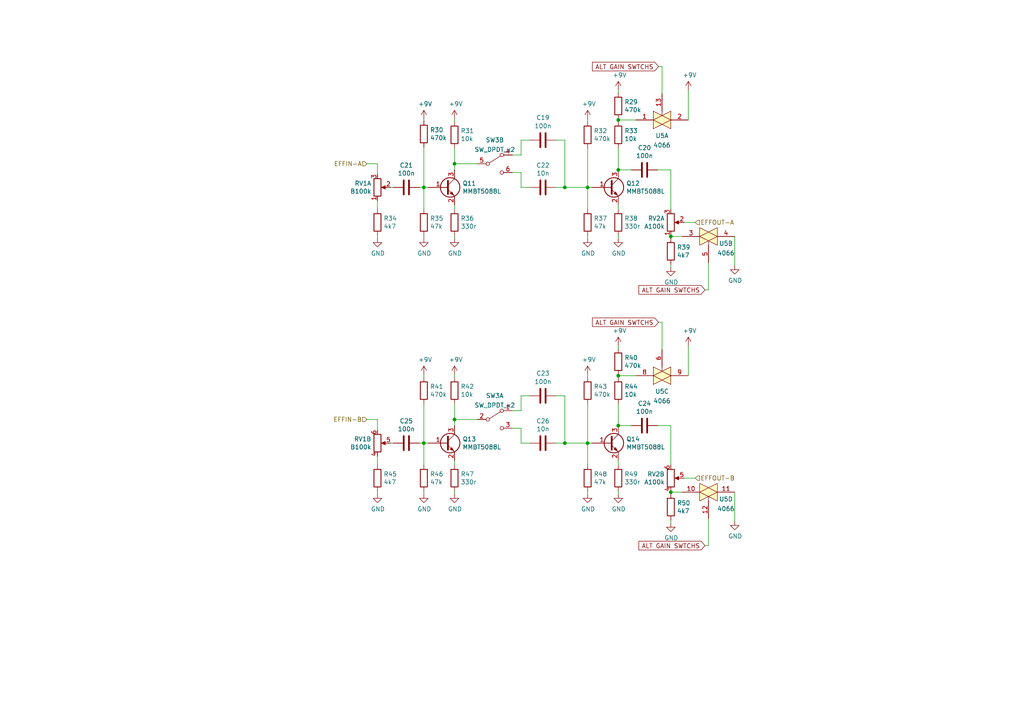
<source format=kicad_sch>
(kicad_sch (version 20211123) (generator eeschema)
  (paper "A4")
  (title_block (title "NABLOEI") (date "2022-09-23") (rev "1.0.0") (company "LAWAAI") (comment 1 "Thank you and have fun.") (comment 2 "Please do not replicate this circuit and sell it as your own.") (comment 3 "This schematic is intended for people who enjoy building/modifying/repairing their pedals."))
  (lib_symbols
    (symbol "4xxx:4066" (pin_names (offset 1.016))
      (property "Reference" "U" (at -7.62 8.89 0))
      (property "Value" "4066" (at -7.62 -8.89 0))
      (symbol "4066_1_0"
        (polyline (pts (xy 0 1.27) (xy 0 2.54)) (stroke (width 0.1524)))
        (polyline (pts (xy -2.54 0) (xy 2.54 2.54) (xy 2.54 -2.54) (xy -2.54 0)) (fill (type background)))
        (polyline (pts (xy -2.54 2.54) (xy 2.54 0) (xy -2.54 -2.54) (xy -2.54 2.54)) (fill (type background)))
        (pin passive line (at -7.62 0 0) (length 5.08) (name "~") (number "1"))
        (pin input line (at 0 7.62 270) (length 5.08) (name "~") (number "13"))
        (pin passive line (at 7.62 0 180) (length 5.08) (name "~") (number "2"))
      )
      (symbol "4066_2_0"
        (polyline (pts (xy 0 1.27) (xy 0 2.54)) (stroke (width 0.1524)))
        (polyline (pts (xy -2.54 0) (xy 2.54 2.54) (xy 2.54 -2.54) (xy -2.54 0)) (fill (type background)))
        (polyline (pts (xy -2.54 2.54) (xy 2.54 0) (xy -2.54 -2.54) (xy -2.54 2.54)) (fill (type background)))
        (pin passive line (at 7.62 0 180) (length 5.08) (name "~") (number "3"))
        (pin passive line (at -7.62 0 0) (length 5.08) (name "~") (number "4"))
        (pin input line (at 0 7.62 270) (length 5.08) (name "~") (number "5"))
      )
      (symbol "4066_3_0"
        (polyline (pts (xy 0 1.27) (xy 0 2.54)) (stroke (width 0.1524)))
        (polyline (pts (xy -2.54 0) (xy 2.54 2.54) (xy 2.54 -2.54) (xy -2.54 0)) (fill (type background)))
        (polyline (pts (xy -2.54 2.54) (xy 2.54 0) (xy -2.54 -2.54) (xy -2.54 2.54)) (fill (type background)))
        (pin input line (at 0 7.62 270) (length 5.08) (name "~") (number "6"))
        (pin passive line (at -7.62 0 0) (length 5.08) (name "~") (number "8"))
        (pin passive line (at 7.62 0 180) (length 5.08) (name "~") (number "9"))
      )
      (symbol "4066_4_0"
        (polyline (pts (xy 0 1.27) (xy 0 2.54)) (stroke (width 0.1524)))
        (polyline (pts (xy -2.54 0) (xy 2.54 2.54) (xy 2.54 -2.54) (xy -2.54 0)) (fill (type background)))
        (polyline (pts (xy -2.54 2.54) (xy 2.54 0) (xy -2.54 -2.54) (xy -2.54 2.54)) (fill (type background)))
        (pin passive line (at 7.62 0 180) (length 5.08) (name "~") (number "10"))
        (pin passive line (at -7.62 0 0) (length 5.08) (name "~") (number "11"))
        (pin input line (at 0 7.62 270) (length 5.08) (name "~") (number "12"))
      )
      (symbol "4066_5_0"
        (pin power_in line (at 0 12.7 270) (length 5.08) (name "VDD") (number "14"))
        (pin power_in line (at 0 -12.7 90) (length 5.08) (name "VSS") (number "7"))
      )
      (symbol "4066_5_1"
        (rectangle (start -5.08 7.62) (end 5.08 -7.62) (stroke (width 0.254)) (fill (type background)))
      )
    )
    (symbol "Device:C" (pin_numbers hide) (pin_names (offset 0.254))
      (property "Reference" "C" (at 0.635 2.54 0))
      (property "Value" "C" (at 0.635 -2.54 0))
      (symbol "C_0_1"
        (polyline (pts (xy -2.032 -0.762) (xy 2.032 -0.762)) (stroke (width 0.508)))
        (polyline (pts (xy -2.032 0.762) (xy 2.032 0.762)) (stroke (width 0.508)))
      )
      (symbol "C_1_1"
        (pin passive line (at 0 3.81 270) (length 2.794) (name "~") (number "1"))
        (pin passive line (at 0 -3.81 90) (length 2.794) (name "~") (number "2"))
      )
    )
    (symbol "Device:Q_NPN_BEC" (pin_names (offset 0) hide)
      (property "Reference" "Q" (at 5.08 1.27 0))
      (property "Value" "Q_NPN_BEC" (at 5.08 -1.27 0))
      (symbol "Q_NPN_BEC_0_1"
        (polyline (pts (xy 0.635 0.635) (xy 2.54 2.54)))
        (polyline (pts (xy 0.635 -0.635) (xy 2.54 -2.54) (xy 2.54 -2.54)))
        (polyline (pts (xy 0.635 1.905) (xy 0.635 -1.905) (xy 0.635 -1.905)) (stroke (width 0.508)))
        (polyline (pts (xy 1.27 -1.778) (xy 1.778 -1.27) (xy 2.286 -2.286) (xy 1.27 -1.778) (xy 1.27 -1.778)) (fill (type outline)))
        (circle (center 1.27 0) (radius 2.8194) (stroke (width 0.254)))
      )
      (symbol "Q_NPN_BEC_1_1"
        (pin input line (at -5.08 0 0) (length 5.715) (name "B") (number "1"))
        (pin passive line (at 2.54 -5.08 90) (length 2.54) (name "E") (number "2"))
        (pin passive line (at 2.54 5.08 270) (length 2.54) (name "C") (number "3"))
      )
    )
    (symbol "Device:R" (pin_numbers hide) (pin_names (offset 0))
      (property "Reference" "R" (at 2.032 0 90))
      (property "Value" "R" (at 0 0 90))
      (symbol "R_0_1"
        (rectangle (start -1.016 -2.54) (end 1.016 2.54) (stroke (width 0.254)))
      )
      (symbol "R_1_1"
        (pin passive line (at 0 3.81 270) (length 1.27) (name "~") (number "1"))
        (pin passive line (at 0 -3.81 90) (length 1.27) (name "~") (number "2"))
      )
    )
    (symbol "Device:R_Potentiometer_Dual_Separate" (pin_names (offset 1.016) hide)
      (property "Reference" "RV" (at -4.445 0 90))
      (property "Value" "R_Potentiometer_Dual_Separate" (at -2.54 0 90))
      (symbol "R_Potentiometer_Dual_Separate_0_1"
        (polyline (pts (xy 2.54 0) (xy 1.524 0)))
        (polyline (pts (xy 1.143 0) (xy 2.286 0.508) (xy 2.286 -0.508) (xy 1.143 0)) (fill (type outline)))
        (rectangle (start 1.016 2.54) (end -1.016 -2.54) (stroke (width 0.254)))
      )
      (symbol "R_Potentiometer_Dual_Separate_1_1"
        (pin passive line (at 0 3.81 270) (length 1.27) (name "1") (number "1"))
        (pin passive line (at 3.81 0 180) (length 1.27) (name "2") (number "2"))
        (pin passive line (at 0 -3.81 90) (length 1.27) (name "3") (number "3"))
      )
      (symbol "R_Potentiometer_Dual_Separate_2_1"
        (pin passive line (at 0 3.81 270) (length 1.27) (name "4") (number "4"))
        (pin passive line (at 3.81 0 180) (length 1.27) (name "5") (number "5"))
        (pin passive line (at 0 -3.81 90) (length 1.27) (name "6") (number "6"))
      )
    )
    (symbol "Switch:SW_DPDT_x2" (pin_names (offset 0) hide)
      (property "Reference" "SW" (at 0 4.318 0))
      (property "Value" "SW_DPDT_x2" (at 0 -5.08 0))
      (symbol "SW_DPDT_x2_0_0"
        (circle (center -2.032 0) (radius 0.508))
        (circle (center 2.032 -2.54) (radius 0.508))
      )
      (symbol "SW_DPDT_x2_0_1"
        (polyline (pts (xy -1.524 0.254) (xy 1.651 2.286)))
        (circle (center 2.032 2.54) (radius 0.508))
      )
      (symbol "SW_DPDT_x2_1_1"
        (pin passive line (at 5.08 2.54 180) (length 2.54) (name "A") (number "1"))
        (pin passive line (at -5.08 0 0) (length 2.54) (name "B") (number "2"))
        (pin passive line (at 5.08 -2.54 180) (length 2.54) (name "C") (number "3"))
      )
      (symbol "SW_DPDT_x2_2_1"
        (pin passive line (at 5.08 2.54 180) (length 2.54) (name "A") (number "4"))
        (pin passive line (at -5.08 0 0) (length 2.54) (name "B") (number "5"))
        (pin passive line (at 5.08 -2.54 180) (length 2.54) (name "C") (number "6"))
      )
    )
    (symbol "power:+9V" (power) (pin_names (offset 0))
      (property "Value" "+9V" (at 0 3.556 0))
      (symbol "+9V_0_1"
        (polyline (pts (xy -0.762 1.27) (xy 0 2.54)))
        (polyline (pts (xy 0 0) (xy 0 2.54)))
        (polyline (pts (xy 0 2.54) (xy 0.762 1.27)))
      )
      (symbol "+9V_1_1"
        (pin power_in line (at 0 0 90) (length 0) hide (name "+9V") (number "1"))
      )
    )
    (symbol "power:GND" (power) (pin_names (offset 0))
      (property "Value" "GND" (at 0 -3.81 0))
      (symbol "GND_0_1"
        (polyline (pts (xy 0 0) (xy 0 -1.27) (xy 1.27 -1.27) (xy 0 -2.54) (xy -1.27 -1.27) (xy 0 -1.27)))
      )
      (symbol "GND_1_1"
        (pin power_in line (at 0 0 270) (length 0) hide (name "GND") (number "1"))
      )
    )
  )
  (junction (at 179.324 49.276))
  (junction (at 163.83 54.356))
  (junction (at 122.936 128.524))
  (junction (at 179.324 123.444))
  (junction (at 163.83 128.524))
  (junction (at 170.434 54.356))
  (junction (at 131.826 47.498))
  (junction (at 194.564 68.58))
  (junction (at 179.324 108.966))
  (junction (at 131.826 121.666))
  (junction (at 194.564 142.748))
  (junction (at 170.434 128.524))
  (junction (at 122.936 54.356))
  (junction (at 179.324 34.798))
  (wire (pts (xy 183.134 49.276) (xy 179.324 49.276)))
  (wire (pts (xy 151.13 124.206) (xy 148.59 124.206)))
  (wire (pts (xy 194.564 150.876) (xy 194.564 151.638)))
  (wire (pts (xy 151.13 44.958) (xy 151.13 40.64)))
  (wire (pts (xy 109.474 58.166) (xy 109.474 60.706)))
  (wire (pts (xy 109.474 68.326) (xy 109.474 69.088)))
  (wire (pts (xy 131.826 133.604) (xy 131.826 134.874)))
  (wire (pts (xy 213.106 68.58) (xy 213.106 76.962)))
  (wire (pts (xy 131.826 68.326) (xy 131.826 69.088)))
  (wire (pts (xy 179.324 42.926) (xy 179.324 49.276)))
  (wire (pts (xy 194.564 49.276) (xy 194.564 60.706)))
  (wire (pts (xy 170.434 54.356) (xy 171.704 54.356)))
  (wire (pts (xy 170.434 142.494) (xy 170.434 143.256)))
  (wire (pts (xy 194.564 68.58) (xy 194.564 68.326)))
  (wire (pts (xy 198.374 138.684) (xy 201.676 138.684)))
  (wire (pts (xy 148.59 44.958) (xy 151.13 44.958)))
  (wire (pts (xy 161.29 40.64) (xy 163.83 40.64)))
  (wire (pts (xy 191.008 93.472) (xy 192.024 93.472)))
  (wire (pts (xy 170.434 54.356) (xy 170.434 42.926)))
  (wire (pts (xy 179.324 117.094) (xy 179.324 123.444)))
  (wire (pts (xy 106.426 121.666) (xy 109.474 121.666)))
  (wire (pts (xy 122.936 68.326) (xy 122.936 69.088)))
  (wire (pts (xy 198.374 64.516) (xy 201.676 64.516)))
  (wire (pts (xy 190.754 123.444) (xy 194.564 123.444)))
  (wire (pts (xy 151.13 40.64) (xy 153.67 40.64)))
  (wire (pts (xy 179.324 133.604) (xy 179.324 134.874)))
  (wire (pts (xy 122.936 35.052) (xy 122.936 34.544)))
  (wire (pts (xy 192.024 19.304) (xy 192.024 27.178)))
  (wire (pts (xy 122.936 128.524) (xy 122.936 134.874)))
  (wire (pts (xy 213.106 142.748) (xy 213.106 151.13)))
  (wire (pts (xy 109.474 132.334) (xy 109.474 134.874)))
  (wire (pts (xy 151.13 119.126) (xy 151.13 114.808)))
  (wire (pts (xy 131.826 42.926) (xy 131.826 47.498)))
  (wire (pts (xy 179.324 108.966) (xy 184.404 108.966)))
  (wire (pts (xy 194.564 143.256) (xy 194.564 142.748)))
  (wire (pts (xy 179.324 142.494) (xy 179.324 143.256)))
  (wire (pts (xy 161.29 114.808) (xy 163.83 114.808)))
  (wire (pts (xy 122.936 128.524) (xy 122.936 117.094)))
  (wire (pts (xy 163.83 114.808) (xy 163.83 128.524)))
  (wire (pts (xy 161.29 128.524) (xy 163.83 128.524)))
  (wire (pts (xy 109.474 121.666) (xy 109.474 124.714)))
  (wire (pts (xy 179.324 108.966) (xy 179.324 108.712)))
  (wire (pts (xy 199.644 34.798) (xy 199.644 26.162)))
  (wire (pts (xy 122.936 54.356) (xy 122.936 60.706)))
  (wire (pts (xy 113.284 128.524) (xy 114.046 128.524)))
  (wire (pts (xy 190.754 49.276) (xy 194.564 49.276)))
  (wire (pts (xy 122.936 142.494) (xy 122.936 143.256)))
  (wire (pts (xy 122.936 54.356) (xy 122.936 42.672)))
  (wire (pts (xy 121.666 54.356) (xy 122.936 54.356)))
  (wire (pts (xy 194.564 76.708) (xy 194.564 77.47)))
  (wire (pts (xy 179.324 35.306) (xy 179.324 34.798)))
  (wire (pts (xy 131.826 59.436) (xy 131.826 60.706)))
  (wire (pts (xy 131.826 117.094) (xy 131.826 121.666)))
  (wire (pts (xy 131.826 121.666) (xy 138.43 121.666)))
  (wire (pts (xy 179.324 59.436) (xy 179.324 60.706)))
  (wire (pts (xy 179.324 68.326) (xy 179.324 69.088)))
  (wire (pts (xy 179.324 26.924) (xy 179.324 26.162)))
  (wire (pts (xy 204.47 84.074) (xy 205.486 84.074)))
  (wire (pts (xy 148.59 119.126) (xy 151.13 119.126)))
  (wire (pts (xy 205.486 84.074) (xy 205.486 76.2)))
  (wire (pts (xy 179.324 101.092) (xy 179.324 100.33)))
  (wire (pts (xy 122.936 54.356) (xy 124.206 54.356)))
  (wire (pts (xy 179.324 109.474) (xy 179.324 108.966)))
  (wire (pts (xy 194.564 68.58) (xy 197.866 68.58)))
  (wire (pts (xy 205.486 158.242) (xy 205.486 150.368)))
  (wire (pts (xy 151.13 50.038) (xy 151.13 54.356)))
  (wire (pts (xy 131.826 121.666) (xy 131.826 123.444)))
  (wire (pts (xy 122.936 128.524) (xy 124.206 128.524)))
  (wire (pts (xy 170.434 54.356) (xy 170.434 60.706)))
  (wire (pts (xy 179.324 34.798) (xy 179.324 34.544)))
  (wire (pts (xy 194.564 142.748) (xy 197.866 142.748)))
  (wire (pts (xy 151.13 114.808) (xy 153.67 114.808)))
  (wire (pts (xy 131.826 47.498) (xy 131.826 49.276)))
  (wire (pts (xy 161.29 54.356) (xy 163.83 54.356)))
  (wire (pts (xy 170.434 128.524) (xy 170.434 117.094)))
  (wire (pts (xy 122.936 109.474) (xy 122.936 108.712)))
  (wire (pts (xy 131.826 35.306) (xy 131.826 34.544)))
  (wire (pts (xy 151.13 128.524) (xy 153.67 128.524)))
  (wire (pts (xy 106.426 47.498) (xy 109.474 47.498)))
  (wire (pts (xy 151.13 50.038) (xy 148.59 50.038)))
  (wire (pts (xy 194.564 142.748) (xy 194.564 142.494)))
  (wire (pts (xy 163.83 128.524) (xy 170.434 128.524)))
  (wire (pts (xy 131.826 47.498) (xy 138.43 47.498)))
  (wire (pts (xy 170.434 128.524) (xy 170.434 134.874)))
  (wire (pts (xy 109.474 47.498) (xy 109.474 50.546)))
  (wire (pts (xy 192.024 93.472) (xy 192.024 101.346)))
  (wire (pts (xy 113.284 54.356) (xy 114.046 54.356)))
  (wire (pts (xy 121.666 128.524) (xy 122.936 128.524)))
  (wire (pts (xy 109.474 142.494) (xy 109.474 143.256)))
  (wire (pts (xy 194.564 69.088) (xy 194.564 68.58)))
  (wire (pts (xy 199.644 108.966) (xy 199.644 100.33)))
  (wire (pts (xy 163.83 54.356) (xy 170.434 54.356)))
  (wire (pts (xy 179.324 34.798) (xy 184.404 34.798)))
  (wire (pts (xy 170.434 109.474) (xy 170.434 108.712)))
  (wire (pts (xy 204.47 158.242) (xy 205.486 158.242)))
  (wire (pts (xy 131.826 142.494) (xy 131.826 143.256)))
  (wire (pts (xy 170.434 128.524) (xy 171.704 128.524)))
  (wire (pts (xy 151.13 54.356) (xy 153.67 54.356)))
  (wire (pts (xy 163.83 40.64) (xy 163.83 54.356)))
  (wire (pts (xy 170.434 35.306) (xy 170.434 34.544)))
  (wire (pts (xy 191.008 19.304) (xy 192.024 19.304)))
  (wire (pts (xy 183.134 123.444) (xy 179.324 123.444)))
  (wire (pts (xy 170.434 68.326) (xy 170.434 69.088)))
  (wire (pts (xy 131.826 109.474) (xy 131.826 108.712)))
  (wire (pts (xy 151.13 124.206) (xy 151.13 128.524)))
  (wire (pts (xy 194.564 123.444) (xy 194.564 134.874)))
  (global_label "ALT GAIN SWTCHS" (shape input) (at 204.47 84.074 180) (property "Intersheet References" "${INTERSHEET_REFS}" (effects hide)))
  (global_label "ALT GAIN SWTCHS" (shape input) (at 191.008 93.472 180) (property "Intersheet References" "${INTERSHEET_REFS}" (effects hide)))
  (global_label "ALT GAIN SWTCHS" (shape input) (at 204.47 158.242 180) (property "Intersheet References" "${INTERSHEET_REFS}" (effects hide)))
  (global_label "ALT GAIN SWTCHS" (shape input) (at 191.008 19.304 180) (property "Intersheet References" "${INTERSHEET_REFS}" (effects hide)))
  (hierarchical_label "EFFIN-B" (shape input) (at 106.426 121.666 180))
  (hierarchical_label "EFFOUT-B" (shape input) (at 201.676 138.684 0))
  (hierarchical_label "EFFOUT-A" (shape input) (at 201.676 64.516 0))
  (hierarchical_label "EFFIN-A" (shape input) (at 106.426 47.498 180))
  (symbol (lib_id "Device:C") (at 186.944 49.276 270) (unit 1)
    (property "Reference" "C20" (at 186.944 42.8752 90))
    (property "Value" "100n" (at 186.944 45.1866 90))
    (property "Footprint" "Capacitor_SMD:C_1206_3216Metric" (effects hide))
  )
  (symbol (lib_id "Switch:SW_DPDT_x2") (at 143.51 47.498 0) (unit 2)
    (property "Reference" "SW3" (at 143.51 40.6105 0))
    (property "Value" "SW_DPDT_x2" (at 143.51 43.3856 0))
    (property "Footprint" "Custom library:Switch_Dailywell_Electronics_1MD1T1B1M1QES_DPDT_ON-ON" (effects hide))
  )
  (symbol (lib_id "Device:R") (at 179.324 104.902 0) (unit 1)
    (property "Reference" "R40" (at 181.102 103.7336 0) (effects (justify left)))
    (property "Value" "470k" (at 181.102 106.045 0) (effects (justify left)))
    (property "Footprint" "Resistor_SMD:R_1206_3216Metric" (effects hide))
  )
  (symbol (lib_id "power:+9V") (at 122.936 34.544 0) (unit 1)
    (property "Reference" "#PWR050" (effects hide))
    (property "Value" "+9V" (at 123.317 30.1498 0))
  )
  (symbol (lib_id "Device:R") (at 179.324 64.516 0) (unit 1)
    (property "Reference" "R38" (at 181.102 63.3476 0) (effects (justify left)))
    (property "Value" "330r" (at 181.102 65.659 0) (effects (justify left)))
    (property "Footprint" "Resistor_SMD:R_1206_3216Metric" (effects hide))
  )
  (symbol (lib_id "Device:R") (at 109.474 138.684 0) (unit 1)
    (property "Reference" "R45" (at 111.252 137.5156 0) (effects (justify left)))
    (property "Value" "4k7" (at 111.252 139.827 0) (effects (justify left)))
    (property "Footprint" "Resistor_SMD:R_1206_3216Metric" (effects hide))
  )
  (symbol (lib_id "Device:R_Potentiometer_Dual_Separate") (at 109.474 128.524 0) (mirror x) (unit 2)
    (property "Reference" "RV1" (at 107.7214 127.3556 0) (effects (justify right)))
    (property "Value" "B100k" (at 107.7214 129.667 0) (effects (justify right)))
    (property "Footprint" "Custom library:Potentiometer_Alpha_RV16A01F-41-15R1_Dual_Vertical" (effects hide))
  )
  (symbol (lib_id "Device:Q_NPN_BEC") (at 129.286 54.356 0) (unit 1)
    (property "Reference" "Q11" (at 134.1374 53.1876 0) (effects (justify left)))
    (property "Value" "MMBT5088L" (at 134.1374 55.499 0) (effects (justify left)))
    (property "Footprint" "Package_TO_SOT_SMD:SOT-23" (effects hide))
  )
  (symbol (lib_id "Device:C") (at 157.48 54.356 270) (unit 1)
    (property "Reference" "C22" (at 157.48 47.9552 90))
    (property "Value" "10n" (at 157.48 50.2666 90))
    (property "Footprint" "Capacitor_SMD:C_1206_3216Metric" (effects hide))
  )
  (symbol (lib_id "Device:C") (at 157.48 128.524 270) (unit 1)
    (property "Reference" "C26" (at 157.48 122.1232 90))
    (property "Value" "10n" (at 157.48 124.4346 90))
    (property "Footprint" "Capacitor_SMD:C_1206_3216Metric" (effects hide))
  )
  (symbol (lib_id "Device:R_Potentiometer_Dual_Separate") (at 109.474 54.356 0) (mirror x) (unit 1)
    (property "Reference" "RV1" (at 107.7214 53.1876 0) (effects (justify right)))
    (property "Value" "B100k" (at 107.7214 55.499 0) (effects (justify right)))
    (property "Footprint" "Custom library:Potentiometer_Alpha_RV16A01F-41-15R1_Dual_Vertical" (effects hide))
  )
  (symbol (lib_id "Device:R") (at 179.324 39.116 0) (unit 1)
    (property "Reference" "R33" (at 181.102 37.9476 0) (effects (justify left)))
    (property "Value" "10k" (at 181.102 40.259 0) (effects (justify left)))
    (property "Footprint" "Resistor_SMD:R_1206_3216Metric" (effects hide))
  )
  (symbol (lib_id "power:+9V") (at 199.644 100.33 0) (unit 1)
    (property "Reference" "#PWR061" (effects hide))
    (property "Value" "+9V" (at 200.025 95.9358 0))
  )
  (symbol (lib_id "power:GND") (at 194.564 77.47 0) (unit 1)
    (property "Reference" "#PWR059" (effects hide))
    (property "Value" "GND" (at 194.691 81.8642 0))
  )
  (symbol (lib_id "Device:Q_NPN_BEC") (at 129.286 128.524 0) (unit 1)
    (property "Reference" "Q13" (at 134.1374 127.3556 0) (effects (justify left)))
    (property "Value" "MMBT5088L" (at 134.1374 129.667 0) (effects (justify left)))
    (property "Footprint" "Package_TO_SOT_SMD:SOT-23" (effects hide))
  )
  (symbol (lib_id "power:GND") (at 122.936 143.256 0) (unit 1)
    (property "Reference" "#PWR066" (effects hide))
    (property "Value" "GND" (at 123.063 147.6502 0))
  )
  (symbol (lib_id "Device:R") (at 179.324 138.684 0) (unit 1)
    (property "Reference" "R49" (at 181.102 137.5156 0) (effects (justify left)))
    (property "Value" "330r" (at 181.102 139.827 0) (effects (justify left)))
    (property "Footprint" "Resistor_SMD:R_1206_3216Metric" (effects hide))
  )
  (symbol (lib_id "Device:R") (at 131.826 113.284 0) (unit 1)
    (property "Reference" "R42" (at 133.604 112.1156 0) (effects (justify left)))
    (property "Value" "10k" (at 133.604 114.427 0) (effects (justify left)))
    (property "Footprint" "Resistor_SMD:R_1206_3216Metric" (effects hide))
  )
  (symbol (lib_id "Device:Q_NPN_BEC") (at 176.784 54.356 0) (unit 1)
    (property "Reference" "Q12" (at 181.6354 53.1876 0) (effects (justify left)))
    (property "Value" "MMBT5088L" (at 181.6354 55.499 0) (effects (justify left)))
    (property "Footprint" "Package_TO_SOT_SMD:SOT-23" (effects hide))
  )
  (symbol (lib_id "power:GND") (at 109.474 69.088 0) (unit 1)
    (property "Reference" "#PWR053" (effects hide))
    (property "Value" "GND" (at 109.601 73.4822 0))
  )
  (symbol (lib_id "4xxx:4066") (at 205.486 68.58 180) (unit 2)
    (property "Reference" "U5" (at 210.566 70.612 0))
    (property "Value" "4066" (at 210.566 73.406 0))
    (property "Footprint" "Package_SO:SOIC-14_3.9x8.7mm_P1.27mm" (effects hide))
    (property "Datasheet" "http://www.ti.com/lit/ds/symlink/cd4066b.pdf" (effects hide))
  )
  (symbol (lib_id "power:GND") (at 122.936 69.088 0) (unit 1)
    (property "Reference" "#PWR054" (effects hide))
    (property "Value" "GND" (at 123.063 73.4822 0))
  )
  (symbol (lib_id "Device:R") (at 122.936 113.284 0) (unit 1)
    (property "Reference" "R41" (at 124.714 112.1156 0) (effects (justify left)))
    (property "Value" "470k" (at 124.714 114.427 0) (effects (justify left)))
    (property "Footprint" "Resistor_SMD:R_1206_3216Metric" (effects hide))
  )
  (symbol (lib_id "power:+9V") (at 199.644 26.162 0) (unit 1)
    (property "Reference" "#PWR049" (effects hide))
    (property "Value" "+9V" (at 200.025 21.7678 0))
  )
  (symbol (lib_id "Device:R") (at 122.936 138.684 0) (unit 1)
    (property "Reference" "R46" (at 124.714 137.5156 0) (effects (justify left)))
    (property "Value" "47k" (at 124.714 139.827 0) (effects (justify left)))
    (property "Footprint" "Resistor_SMD:R_1206_3216Metric" (effects hide))
  )
  (symbol (lib_id "Device:R_Potentiometer_Dual_Separate") (at 194.564 138.684 0) (mirror x) (unit 2)
    (property "Reference" "RV2" (at 192.786 137.5156 0) (effects (justify right)))
    (property "Value" "A100k" (at 192.786 139.827 0) (effects (justify right)))
    (property "Footprint" "Custom library:Potentiometer_Alpha_RV16A01F-41-15R1_Dual_Vertical" (effects hide))
  )
  (symbol (lib_id "power:GND") (at 109.474 143.256 0) (unit 1)
    (property "Reference" "#PWR065" (effects hide))
    (property "Value" "GND" (at 109.601 147.6502 0))
  )
  (symbol (lib_id "Device:R") (at 131.826 39.116 0) (unit 1)
    (property "Reference" "R31" (at 133.604 37.9476 0) (effects (justify left)))
    (property "Value" "10k" (at 133.604 40.259 0) (effects (justify left)))
    (property "Footprint" "Resistor_SMD:R_1206_3216Metric" (effects hide))
  )
  (symbol (lib_id "power:+9V") (at 131.826 34.544 0) (unit 1)
    (property "Reference" "#PWR051" (effects hide))
    (property "Value" "+9V" (at 132.207 30.1498 0))
  )
  (symbol (lib_id "Device:C") (at 117.856 128.524 270) (unit 1)
    (property "Reference" "C25" (at 117.856 122.1232 90))
    (property "Value" "100n" (at 117.856 124.4346 90))
    (property "Footprint" "Capacitor_SMD:C_1206_3216Metric" (effects hide))
  )
  (symbol (lib_id "Switch:SW_DPDT_x2") (at 143.51 121.666 0) (unit 1)
    (property "Reference" "SW3" (at 143.51 114.7785 0))
    (property "Value" "SW_DPDT_x2" (at 143.51 117.5536 0))
    (property "Footprint" "Custom library:Switch_Dailywell_Electronics_1MD1T1B1M1QES_DPDT_ON-ON" (effects hide))
  )
  (symbol (lib_id "power:GND") (at 131.826 69.088 0) (unit 1)
    (property "Reference" "#PWR055" (effects hide))
    (property "Value" "GND" (at 131.953 73.4822 0))
  )
  (symbol (lib_id "4xxx:4066") (at 192.024 34.798 0) (unit 1)
    (property "Reference" "U5" (at 192.024 39.3605 0))
    (property "Value" "4066" (at 192.024 42.1356 0))
    (property "Footprint" "Package_SO:SOIC-14_3.9x8.7mm_P1.27mm" (effects hide))
    (property "Datasheet" "http://www.ti.com/lit/ds/symlink/cd4066b.pdf" (effects hide))
  )
  (symbol (lib_id "Device:R") (at 170.434 113.284 0) (unit 1)
    (property "Reference" "R43" (at 172.212 112.1156 0) (effects (justify left)))
    (property "Value" "470k" (at 172.212 114.427 0) (effects (justify left)))
    (property "Footprint" "Resistor_SMD:R_1206_3216Metric" (effects hide))
  )
  (symbol (lib_id "power:+9V") (at 131.826 108.712 0) (unit 1)
    (property "Reference" "#PWR063" (effects hide))
    (property "Value" "+9V" (at 132.207 104.3178 0))
  )
  (symbol (lib_id "power:GND") (at 170.434 69.088 0) (unit 1)
    (property "Reference" "#PWR056" (effects hide))
    (property "Value" "GND" (at 170.561 73.4822 0))
  )
  (symbol (lib_id "Device:R_Potentiometer_Dual_Separate") (at 194.564 64.516 0) (mirror x) (unit 1)
    (property "Reference" "RV2" (at 192.786 63.3476 0) (effects (justify right)))
    (property "Value" "A100k" (at 192.786 65.659 0) (effects (justify right)))
    (property "Footprint" "Custom library:Potentiometer_Alpha_RV16A01F-41-15R1_Dual_Vertical" (effects hide))
  )
  (symbol (lib_id "Device:C") (at 157.48 40.64 270) (unit 1)
    (property "Reference" "C19" (at 157.48 34.1122 90))
    (property "Value" "100n" (at 157.48 36.5506 90))
    (property "Footprint" "Capacitor_SMD:C_1206_3216Metric" (effects hide))
  )
  (symbol (lib_id "Device:R") (at 179.324 30.734 0) (unit 1)
    (property "Reference" "R29" (at 181.102 29.5656 0) (effects (justify left)))
    (property "Value" "470k" (at 181.102 31.877 0) (effects (justify left)))
    (property "Footprint" "Resistor_SMD:R_1206_3216Metric" (effects hide))
  )
  (symbol (lib_id "power:GND") (at 179.324 143.256 0) (unit 1)
    (property "Reference" "#PWR069" (effects hide))
    (property "Value" "GND" (at 179.451 147.6502 0))
  )
  (symbol (lib_id "Device:R") (at 194.564 72.898 0) (unit 1)
    (property "Reference" "R39" (at 196.342 71.7296 0) (effects (justify left)))
    (property "Value" "4k7" (at 196.342 74.041 0) (effects (justify left)))
    (property "Footprint" "Resistor_SMD:R_1206_3216Metric" (effects hide))
  )
  (symbol (lib_id "power:+9V") (at 122.936 108.712 0) (unit 1)
    (property "Reference" "#PWR062" (effects hide))
    (property "Value" "+9V" (at 123.317 104.3178 0))
  )
  (symbol (lib_id "power:+9V") (at 170.434 34.544 0) (unit 1)
    (property "Reference" "#PWR052" (effects hide))
    (property "Value" "+9V" (at 170.815 30.1498 0))
  )
  (symbol (lib_id "Device:R") (at 122.936 64.516 0) (unit 1)
    (property "Reference" "R35" (at 124.714 63.3476 0) (effects (justify left)))
    (property "Value" "47k" (at 124.714 65.659 0) (effects (justify left)))
    (property "Footprint" "Resistor_SMD:R_1206_3216Metric" (effects hide))
  )
  (symbol (lib_id "Device:R") (at 170.434 39.116 0) (unit 1)
    (property "Reference" "R32" (at 172.212 37.9476 0) (effects (justify left)))
    (property "Value" "470k" (at 172.212 40.259 0) (effects (justify left)))
    (property "Footprint" "Resistor_SMD:R_1206_3216Metric" (effects hide))
  )
  (symbol (lib_id "Device:C") (at 186.944 123.444 270) (unit 1)
    (property "Reference" "C24" (at 186.944 117.0432 90))
    (property "Value" "100n" (at 186.944 119.3546 90))
    (property "Footprint" "Capacitor_SMD:C_1206_3216Metric" (effects hide))
  )
  (symbol (lib_id "Device:R") (at 122.936 38.862 0) (unit 1)
    (property "Reference" "R30" (at 124.714 37.6936 0) (effects (justify left)))
    (property "Value" "470k" (at 124.714 40.005 0) (effects (justify left)))
    (property "Footprint" "Resistor_SMD:R_1206_3216Metric" (effects hide))
  )
  (symbol (lib_id "power:+9V") (at 179.324 100.33 0) (unit 1)
    (property "Reference" "#PWR060" (effects hide))
    (property "Value" "+9V" (at 179.705 95.9358 0))
  )
  (symbol (lib_id "4xxx:4066") (at 205.486 142.748 180) (unit 4)
    (property "Reference" "U5" (at 210.566 144.78 0))
    (property "Value" "4066" (at 210.566 147.574 0))
    (property "Footprint" "Package_SO:SOIC-14_3.9x8.7mm_P1.27mm" (effects hide))
    (property "Datasheet" "http://www.ti.com/lit/ds/symlink/cd4066b.pdf" (effects hide))
  )
  (symbol (lib_id "power:GND") (at 170.434 143.256 0) (unit 1)
    (property "Reference" "#PWR068" (effects hide))
    (property "Value" "GND" (at 170.561 147.6502 0))
  )
  (symbol (lib_id "power:GND") (at 194.564 151.638 0) (unit 1)
    (property "Reference" "#PWR071" (effects hide))
    (property "Value" "GND" (at 194.691 156.0322 0))
  )
  (symbol (lib_id "power:GND") (at 131.826 143.256 0) (unit 1)
    (property "Reference" "#PWR067" (effects hide))
    (property "Value" "GND" (at 131.953 147.6502 0))
  )
  (symbol (lib_id "Device:C") (at 157.48 114.808 270) (unit 1)
    (property "Reference" "C23" (at 157.48 108.2802 90))
    (property "Value" "100n" (at 157.48 110.7186 90))
    (property "Footprint" "Capacitor_SMD:C_1206_3216Metric" (effects hide))
  )
  (symbol (lib_id "power:+9V") (at 179.324 26.162 0) (unit 1)
    (property "Reference" "#PWR048" (effects hide))
    (property "Value" "+9V" (at 179.705 21.7678 0))
  )
  (symbol (lib_id "Device:R") (at 179.324 113.284 0) (unit 1)
    (property "Reference" "R44" (at 181.102 112.1156 0) (effects (justify left)))
    (property "Value" "10k" (at 181.102 114.427 0) (effects (justify left)))
    (property "Footprint" "Resistor_SMD:R_1206_3216Metric" (effects hide))
  )
  (symbol (lib_id "Device:Q_NPN_BEC") (at 176.784 128.524 0) (unit 1)
    (property "Reference" "Q14" (at 181.6354 127.3556 0) (effects (justify left)))
    (property "Value" "MMBT5088L" (at 181.6354 129.667 0) (effects (justify left)))
    (property "Footprint" "Package_TO_SOT_SMD:SOT-23" (effects hide))
  )
  (symbol (lib_id "Device:R") (at 109.474 64.516 0) (unit 1)
    (property "Reference" "R34" (at 111.252 63.3476 0) (effects (justify left)))
    (property "Value" "4k7" (at 111.252 65.659 0) (effects (justify left)))
    (property "Footprint" "Resistor_SMD:R_1206_3216Metric" (effects hide))
  )
  (symbol (lib_id "power:+9V") (at 170.434 108.712 0) (unit 1)
    (property "Reference" "#PWR064" (effects hide))
    (property "Value" "+9V" (at 170.815 104.3178 0))
  )
  (symbol (lib_id "power:GND") (at 213.106 151.13 0) (unit 1)
    (property "Reference" "#PWR070" (effects hide))
    (property "Value" "GND" (at 213.233 155.5242 0))
  )
  (symbol (lib_id "Device:R") (at 170.434 64.516 0) (unit 1)
    (property "Reference" "R37" (at 172.212 63.3476 0) (effects (justify left)))
    (property "Value" "47k" (at 172.212 65.659 0) (effects (justify left)))
    (property "Footprint" "Resistor_SMD:R_1206_3216Metric" (effects hide))
  )
  (symbol (lib_id "power:GND") (at 213.106 76.962 0) (unit 1)
    (property "Reference" "#PWR058" (effects hide))
    (property "Value" "GND" (at 213.233 81.3562 0))
  )
  (symbol (lib_id "Device:R") (at 194.564 147.066 0) (unit 1)
    (property "Reference" "R50" (at 196.342 145.8976 0) (effects (justify left)))
    (property "Value" "4k7" (at 196.342 148.209 0) (effects (justify left)))
    (property "Footprint" "Resistor_SMD:R_1206_3216Metric" (effects hide))
  )
  (symbol (lib_id "Device:R") (at 170.434 138.684 0) (unit 1)
    (property "Reference" "R48" (at 172.212 137.5156 0) (effects (justify left)))
    (property "Value" "47k" (at 172.212 139.827 0) (effects (justify left)))
    (property "Footprint" "Resistor_SMD:R_1206_3216Metric" (effects hide))
  )
  (symbol (lib_id "Device:R") (at 131.826 138.684 0) (unit 1)
    (property "Reference" "R47" (at 133.604 137.5156 0) (effects (justify left)))
    (property "Value" "330r" (at 133.604 139.827 0) (effects (justify left)))
    (property "Footprint" "Resistor_SMD:R_1206_3216Metric" (effects hide))
  )
  (symbol (lib_id "4xxx:4066") (at 192.024 108.966 0) (unit 3)
    (property "Reference" "U5" (at 192.024 113.5285 0))
    (property "Value" "4066" (at 192.024 116.3036 0))
    (property "Footprint" "Package_SO:SOIC-14_3.9x8.7mm_P1.27mm" (effects hide))
    (property "Datasheet" "http://www.ti.com/lit/ds/symlink/cd4066b.pdf" (effects hide))
  )
  (symbol (lib_id "Device:C") (at 117.856 54.356 270) (unit 1)
    (property "Reference" "C21" (at 117.856 47.9552 90))
    (property "Value" "100n" (at 117.856 50.2666 90))
    (property "Footprint" "Capacitor_SMD:C_1206_3216Metric" (effects hide))
  )
  (symbol (lib_id "Device:R") (at 131.826 64.516 0) (unit 1)
    (property "Reference" "R36" (at 133.604 63.3476 0) (effects (justify left)))
    (property "Value" "330r" (at 133.604 65.659 0) (effects (justify left)))
    (property "Footprint" "Resistor_SMD:R_1206_3216Metric" (effects hide))
  )
  (symbol (lib_id "power:GND") (at 179.324 69.088 0) (unit 1)
    (property "Reference" "#PWR057" (effects hide))
    (property "Value" "GND" (at 179.451 73.4822 0))
  )
)
</source>
